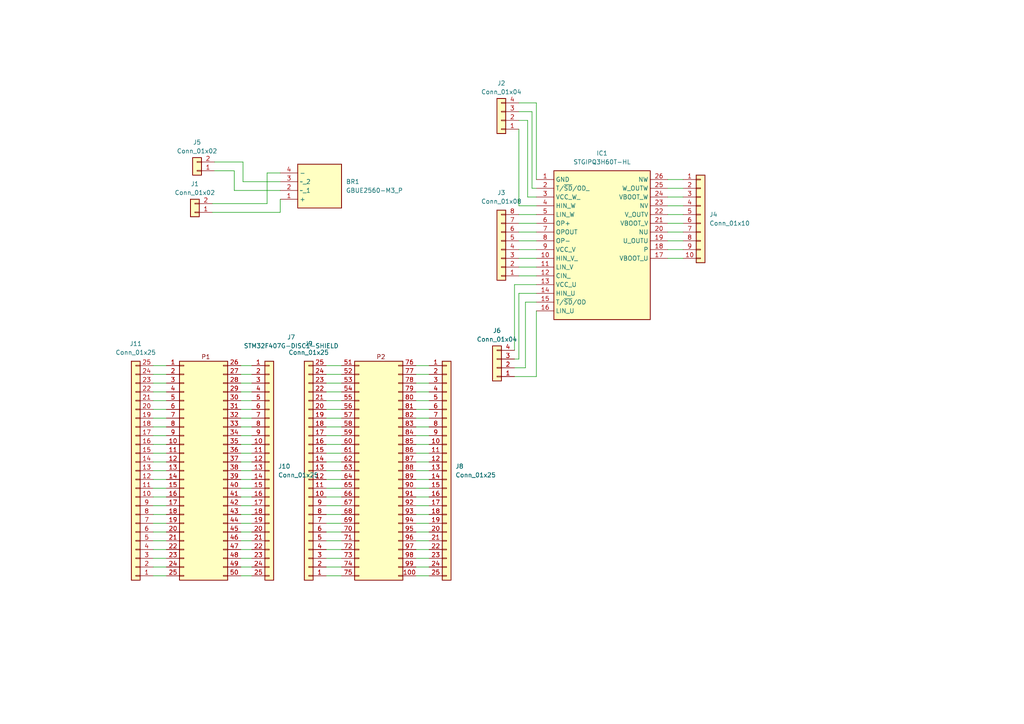
<source format=kicad_sch>
(kicad_sch (version 20230121) (generator eeschema)
  (paper "A4")
  (lib_symbols
    (symbol "Connector_Generic:Conn_01x02" (pin_names (offset 1.016) hide)
      (property "Reference" "J" (at 0 2.54 0))
      (property "Value" "Conn_01x02" (at 0 -5.08 0))
      (symbol "Conn_01x02_1_1"
        (rectangle (start -1.27 -2.413) (end 0 -2.667) (stroke (width 0.1524)))
        (rectangle (start -1.27 0.127) (end 0 -0.127) (stroke (width 0.1524)))
        (rectangle (start -1.27 1.27) (end 1.27 -3.81) (stroke (width 0.254)) (fill (type background)))
        (pin passive line (at -5.08 0 0) (length 3.81) (name "Pin_1") (number "1"))
        (pin passive line (at -5.08 -2.54 0) (length 3.81) (name "Pin_2") (number "2"))
      )
    )
    (symbol "Connector_Generic:Conn_01x04" (pin_names (offset 1.016) hide)
      (property "Reference" "J" (at 0 5.08 0))
      (property "Value" "Conn_01x04" (at 0 -7.62 0))
      (symbol "Conn_01x04_1_1"
        (rectangle (start -1.27 -4.953) (end 0 -5.207) (stroke (width 0.1524)))
        (rectangle (start -1.27 -2.413) (end 0 -2.667) (stroke (width 0.1524)))
        (rectangle (start -1.27 0.127) (end 0 -0.127) (stroke (width 0.1524)))
        (rectangle (start -1.27 2.667) (end 0 2.413) (stroke (width 0.1524)))
        (rectangle (start -1.27 3.81) (end 1.27 -6.35) (stroke (width 0.254)) (fill (type background)))
        (pin passive line (at -5.08 2.54 0) (length 3.81) (name "Pin_1") (number "1"))
        (pin passive line (at -5.08 0 0) (length 3.81) (name "Pin_2") (number "2"))
        (pin passive line (at -5.08 -2.54 0) (length 3.81) (name "Pin_3") (number "3"))
        (pin passive line (at -5.08 -5.08 0) (length 3.81) (name "Pin_4") (number "4"))
      )
    )
    (symbol "Connector_Generic:Conn_01x08" (pin_names (offset 1.016) hide)
      (property "Reference" "J" (at 0 10.16 0))
      (property "Value" "Conn_01x08" (at 0 -12.7 0))
      (symbol "Conn_01x08_1_1"
        (rectangle (start -1.27 -10.033) (end 0 -10.287) (stroke (width 0.1524)))
        (rectangle (start -1.27 -7.493) (end 0 -7.747) (stroke (width 0.1524)))
        (rectangle (start -1.27 -4.953) (end 0 -5.207) (stroke (width 0.1524)))
        (rectangle (start -1.27 -2.413) (end 0 -2.667) (stroke (width 0.1524)))
        (rectangle (start -1.27 0.127) (end 0 -0.127) (stroke (width 0.1524)))
        (rectangle (start -1.27 2.667) (end 0 2.413) (stroke (width 0.1524)))
        (rectangle (start -1.27 5.207) (end 0 4.953) (stroke (width 0.1524)))
        (rectangle (start -1.27 7.747) (end 0 7.493) (stroke (width 0.1524)))
        (rectangle (start -1.27 8.89) (end 1.27 -11.43) (stroke (width 0.254)) (fill (type background)))
        (pin passive line (at -5.08 7.62 0) (length 3.81) (name "Pin_1") (number "1"))
        (pin passive line (at -5.08 5.08 0) (length 3.81) (name "Pin_2") (number "2"))
        (pin passive line (at -5.08 2.54 0) (length 3.81) (name "Pin_3") (number "3"))
        (pin passive line (at -5.08 0 0) (length 3.81) (name "Pin_4") (number "4"))
        (pin passive line (at -5.08 -2.54 0) (length 3.81) (name "Pin_5") (number "5"))
        (pin passive line (at -5.08 -5.08 0) (length 3.81) (name "Pin_6") (number "6"))
        (pin passive line (at -5.08 -7.62 0) (length 3.81) (name "Pin_7") (number "7"))
        (pin passive line (at -5.08 -10.16 0) (length 3.81) (name "Pin_8") (number "8"))
      )
    )
    (symbol "Connector_Generic:Conn_01x10" (pin_names (offset 1.016) hide)
      (property "Reference" "J" (at 0 12.7 0))
      (property "Value" "Conn_01x10" (at 0 -15.24 0))
      (symbol "Conn_01x10_1_1"
        (rectangle (start -1.27 -12.573) (end 0 -12.827) (stroke (width 0.1524)))
        (rectangle (start -1.27 -10.033) (end 0 -10.287) (stroke (width 0.1524)))
        (rectangle (start -1.27 -7.493) (end 0 -7.747) (stroke (width 0.1524)))
        (rectangle (start -1.27 -4.953) (end 0 -5.207) (stroke (width 0.1524)))
        (rectangle (start -1.27 -2.413) (end 0 -2.667) (stroke (width 0.1524)))
        (rectangle (start -1.27 0.127) (end 0 -0.127) (stroke (width 0.1524)))
        (rectangle (start -1.27 2.667) (end 0 2.413) (stroke (width 0.1524)))
        (rectangle (start -1.27 5.207) (end 0 4.953) (stroke (width 0.1524)))
        (rectangle (start -1.27 7.747) (end 0 7.493) (stroke (width 0.1524)))
        (rectangle (start -1.27 10.287) (end 0 10.033) (stroke (width 0.1524)))
        (rectangle (start -1.27 11.43) (end 1.27 -13.97) (stroke (width 0.254)) (fill (type background)))
        (pin passive line (at -5.08 10.16 0) (length 3.81) (name "Pin_1") (number "1"))
        (pin passive line (at -5.08 -12.7 0) (length 3.81) (name "Pin_10") (number "10"))
        (pin passive line (at -5.08 7.62 0) (length 3.81) (name "Pin_2") (number "2"))
        (pin passive line (at -5.08 5.08 0) (length 3.81) (name "Pin_3") (number "3"))
        (pin passive line (at -5.08 2.54 0) (length 3.81) (name "Pin_4") (number "4"))
        (pin passive line (at -5.08 0 0) (length 3.81) (name "Pin_5") (number "5"))
        (pin passive line (at -5.08 -2.54 0) (length 3.81) (name "Pin_6") (number "6"))
        (pin passive line (at -5.08 -5.08 0) (length 3.81) (name "Pin_7") (number "7"))
        (pin passive line (at -5.08 -7.62 0) (length 3.81) (name "Pin_8") (number "8"))
        (pin passive line (at -5.08 -10.16 0) (length 3.81) (name "Pin_9") (number "9"))
      )
    )
    (symbol "Connector_Generic:Conn_01x25" (pin_names (offset 1.016) hide)
      (property "Reference" "J" (at 0 33.02 0))
      (property "Value" "Conn_01x25" (at 0 -33.02 0))
      (symbol "Conn_01x25_1_1"
        (rectangle (start -1.27 -30.353) (end 0 -30.607) (stroke (width 0.1524)))
        (rectangle (start -1.27 -27.813) (end 0 -28.067) (stroke (width 0.1524)))
        (rectangle (start -1.27 -25.273) (end 0 -25.527) (stroke (width 0.1524)))
        (rectangle (start -1.27 -22.733) (end 0 -22.987) (stroke (width 0.1524)))
        (rectangle (start -1.27 -20.193) (end 0 -20.447) (stroke (width 0.1524)))
        (rectangle (start -1.27 -17.653) (end 0 -17.907) (stroke (width 0.1524)))
        (rectangle (start -1.27 -15.113) (end 0 -15.367) (stroke (width 0.1524)))
        (rectangle (start -1.27 -12.573) (end 0 -12.827) (stroke (width 0.1524)))
        (rectangle (start -1.27 -10.033) (end 0 -10.287) (stroke (width 0.1524)))
        (rectangle (start -1.27 -7.493) (end 0 -7.747) (stroke (width 0.1524)))
        (rectangle (start -1.27 -4.953) (end 0 -5.207) (stroke (width 0.1524)))
        (rectangle (start -1.27 -2.413) (end 0 -2.667) (stroke (width 0.1524)))
        (rectangle (start -1.27 0.127) (end 0 -0.127) (stroke (width 0.1524)))
        (rectangle (start -1.27 2.667) (end 0 2.413) (stroke (width 0.1524)))
        (rectangle (start -1.27 5.207) (end 0 4.953) (stroke (width 0.1524)))
        (rectangle (start -1.27 7.747) (end 0 7.493) (stroke (width 0.1524)))
        (rectangle (start -1.27 10.287) (end 0 10.033) (stroke (width 0.1524)))
        (rectangle (start -1.27 12.827) (end 0 12.573) (stroke (width 0.1524)))
        (rectangle (start -1.27 15.367) (end 0 15.113) (stroke (width 0.1524)))
        (rectangle (start -1.27 17.907) (end 0 17.653) (stroke (width 0.1524)))
        (rectangle (start -1.27 20.447) (end 0 20.193) (stroke (width 0.1524)))
        (rectangle (start -1.27 22.987) (end 0 22.733) (stroke (width 0.1524)))
        (rectangle (start -1.27 25.527) (end 0 25.273) (stroke (width 0.1524)))
        (rectangle (start -1.27 28.067) (end 0 27.813) (stroke (width 0.1524)))
        (rectangle (start -1.27 30.607) (end 0 30.353) (stroke (width 0.1524)))
        (rectangle (start -1.27 31.75) (end 1.27 -31.75) (stroke (width 0.254)) (fill (type background)))
        (pin passive line (at -5.08 30.48 0) (length 3.81) (name "Pin_1") (number "1"))
        (pin passive line (at -5.08 7.62 0) (length 3.81) (name "Pin_10") (number "10"))
        (pin passive line (at -5.08 5.08 0) (length 3.81) (name "Pin_11") (number "11"))
        (pin passive line (at -5.08 2.54 0) (length 3.81) (name "Pin_12") (number "12"))
        (pin passive line (at -5.08 0 0) (length 3.81) (name "Pin_13") (number "13"))
        (pin passive line (at -5.08 -2.54 0) (length 3.81) (name "Pin_14") (number "14"))
        (pin passive line (at -5.08 -5.08 0) (length 3.81) (name "Pin_15") (number "15"))
        (pin passive line (at -5.08 -7.62 0) (length 3.81) (name "Pin_16") (number "16"))
        (pin passive line (at -5.08 -10.16 0) (length 3.81) (name "Pin_17") (number "17"))
        (pin passive line (at -5.08 -12.7 0) (length 3.81) (name "Pin_18") (number "18"))
        (pin passive line (at -5.08 -15.24 0) (length 3.81) (name "Pin_19") (number "19"))
        (pin passive line (at -5.08 27.94 0) (length 3.81) (name "Pin_2") (number "2"))
        (pin passive line (at -5.08 -17.78 0) (length 3.81) (name "Pin_20") (number "20"))
        (pin passive line (at -5.08 -20.32 0) (length 3.81) (name "Pin_21") (number "21"))
        (pin passive line (at -5.08 -22.86 0) (length 3.81) (name "Pin_22") (number "22"))
        (pin passive line (at -5.08 -25.4 0) (length 3.81) (name "Pin_23") (number "23"))
        (pin passive line (at -5.08 -27.94 0) (length 3.81) (name "Pin_24") (number "24"))
        (pin passive line (at -5.08 -30.48 0) (length 3.81) (name "Pin_25") (number "25"))
        (pin passive line (at -5.08 25.4 0) (length 3.81) (name "Pin_3") (number "3"))
        (pin passive line (at -5.08 22.86 0) (length 3.81) (name "Pin_4") (number "4"))
        (pin passive line (at -5.08 20.32 0) (length 3.81) (name "Pin_5") (number "5"))
        (pin passive line (at -5.08 17.78 0) (length 3.81) (name "Pin_6") (number "6"))
        (pin passive line (at -5.08 15.24 0) (length 3.81) (name "Pin_7") (number "7"))
        (pin passive line (at -5.08 12.7 0) (length 3.81) (name "Pin_8") (number "8"))
        (pin passive line (at -5.08 10.16 0) (length 3.81) (name "Pin_9") (number "9"))
      )
    )
    (symbol "Custom:STM32F407G-DISC1-SHIELD" (pin_names (offset 1.016) hide)
      (property "Reference" "J7" (at -1.905 38.735 0))
      (property "Value" "STM32F407G-DISC1-SHIELD" (at -1.905 36.195 0))
      (symbol "STM32F407G-DISC1-SHIELD_1_1"
        (rectangle (start -34.29 -30.353) (end -33.02 -30.607) (stroke (width 0.1524)))
        (rectangle (start -34.29 -27.813) (end -33.02 -28.067) (stroke (width 0.1524)))
        (rectangle (start -34.29 -25.273) (end -33.02 -25.527) (stroke (width 0.1524)))
        (rectangle (start -34.29 -22.733) (end -33.02 -22.987) (stroke (width 0.1524)))
        (rectangle (start -34.29 -20.193) (end -33.02 -20.447) (stroke (width 0.1524)))
        (rectangle (start -34.29 -17.653) (end -33.02 -17.907) (stroke (width 0.1524)))
        (rectangle (start -34.29 -15.113) (end -33.02 -15.367) (stroke (width 0.1524)))
        (rectangle (start -34.29 -12.573) (end -33.02 -12.827) (stroke (width 0.1524)))
        (rectangle (start -34.29 -10.033) (end -33.02 -10.287) (stroke (width 0.1524)))
        (rectangle (start -34.29 -7.493) (end -33.02 -7.747) (stroke (width 0.1524)))
        (rectangle (start -34.29 -4.953) (end -33.02 -5.207) (stroke (width 0.1524)))
        (rectangle (start -34.29 -2.413) (end -33.02 -2.667) (stroke (width 0.1524)))
        (rectangle (start -34.29 0.127) (end -33.02 -0.127) (stroke (width 0.1524)))
        (rectangle (start -34.29 2.667) (end -33.02 2.413) (stroke (width 0.1524)))
        (rectangle (start -34.29 5.207) (end -33.02 4.953) (stroke (width 0.1524)))
        (rectangle (start -34.29 7.747) (end -33.02 7.493) (stroke (width 0.1524)))
        (rectangle (start -34.29 10.287) (end -33.02 10.033) (stroke (width 0.1524)))
        (rectangle (start -34.29 12.827) (end -33.02 12.573) (stroke (width 0.1524)))
        (rectangle (start -34.29 15.367) (end -33.02 15.113) (stroke (width 0.1524)))
        (rectangle (start -34.29 17.907) (end -33.02 17.653) (stroke (width 0.1524)))
        (rectangle (start -34.29 20.447) (end -33.02 20.193) (stroke (width 0.1524)))
        (rectangle (start -34.29 22.987) (end -33.02 22.733) (stroke (width 0.1524)))
        (rectangle (start -34.29 25.527) (end -33.02 25.273) (stroke (width 0.1524)))
        (rectangle (start -34.29 28.067) (end -33.02 27.813) (stroke (width 0.1524)))
        (rectangle (start -34.29 30.607) (end -33.02 30.353) (stroke (width 0.1524)))
        (rectangle (start -34.29 31.75) (end -20.32 -31.75) (stroke (width 0.254)) (fill (type background)))
        (rectangle (start -21.59 -12.573) (end -20.32 -12.827) (stroke (width 0.1524)))
        (rectangle (start -20.32 -30.353) (end -21.59 -30.607) (stroke (width 0.1524)))
        (rectangle (start -20.32 -27.813) (end -21.59 -28.067) (stroke (width 0.1524)))
        (rectangle (start -20.32 -25.273) (end -21.59 -25.527) (stroke (width 0.1524)))
        (rectangle (start -20.32 -22.733) (end -21.59 -22.987) (stroke (width 0.1524)))
        (rectangle (start -20.32 -20.193) (end -21.59 -20.447) (stroke (width 0.1524)))
        (rectangle (start -20.32 -17.653) (end -21.59 -17.907) (stroke (width 0.1524)))
        (rectangle (start -20.32 -15.113) (end -21.59 -15.367) (stroke (width 0.1524)))
        (rectangle (start -20.32 -10.033) (end -21.59 -10.287) (stroke (width 0.1524)))
        (rectangle (start -20.32 -7.493) (end -21.59 -7.747) (stroke (width 0.1524)))
        (rectangle (start -20.32 -4.953) (end -21.59 -5.207) (stroke (width 0.1524)))
        (rectangle (start -20.32 -2.413) (end -21.59 -2.667) (stroke (width 0.1524)))
        (rectangle (start -20.32 0.127) (end -21.59 -0.127) (stroke (width 0.1524)))
        (rectangle (start -20.32 2.667) (end -21.59 2.413) (stroke (width 0.1524)))
        (rectangle (start -20.32 5.207) (end -21.59 4.953) (stroke (width 0.1524)))
        (rectangle (start -20.32 7.747) (end -21.59 7.493) (stroke (width 0.1524)))
        (rectangle (start -20.32 10.287) (end -21.59 10.033) (stroke (width 0.1524)))
        (rectangle (start -20.32 12.827) (end -21.59 12.573) (stroke (width 0.1524)))
        (rectangle (start -20.32 15.367) (end -21.59 15.113) (stroke (width 0.1524)))
        (rectangle (start -20.32 17.907) (end -21.59 17.653) (stroke (width 0.1524)))
        (rectangle (start -20.32 20.447) (end -21.59 20.193) (stroke (width 0.1524)))
        (rectangle (start -20.32 22.987) (end -21.59 22.733) (stroke (width 0.1524)))
        (rectangle (start -20.32 25.527) (end -21.59 25.273) (stroke (width 0.1524)))
        (rectangle (start -20.32 28.067) (end -21.59 27.813) (stroke (width 0.1524)))
        (rectangle (start -20.32 30.607) (end -21.59 30.353) (stroke (width 0.1524)))
        (rectangle (start 16.51 -30.353) (end 17.78 -30.607) (stroke (width 0.1524)))
        (rectangle (start 16.51 -27.813) (end 17.78 -28.067) (stroke (width 0.1524)))
        (rectangle (start 16.51 -25.273) (end 17.78 -25.527) (stroke (width 0.1524)))
        (rectangle (start 16.51 -22.733) (end 17.78 -22.987) (stroke (width 0.1524)))
        (rectangle (start 16.51 -20.193) (end 17.78 -20.447) (stroke (width 0.1524)))
        (rectangle (start 16.51 -17.653) (end 17.78 -17.907) (stroke (width 0.1524)))
        (rectangle (start 16.51 -15.113) (end 17.78 -15.367) (stroke (width 0.1524)))
        (rectangle (start 16.51 -12.573) (end 17.78 -12.827) (stroke (width 0.1524)))
        (rectangle (start 16.51 -10.033) (end 17.78 -10.287) (stroke (width 0.1524)))
        (rectangle (start 16.51 -7.493) (end 17.78 -7.747) (stroke (width 0.1524)))
        (rectangle (start 16.51 -4.953) (end 17.78 -5.207) (stroke (width 0.1524)))
        (rectangle (start 16.51 -2.413) (end 17.78 -2.667) (stroke (width 0.1524)))
        (rectangle (start 16.51 0.127) (end 17.78 -0.127) (stroke (width 0.1524)))
        (rectangle (start 16.51 2.667) (end 17.78 2.413) (stroke (width 0.1524)))
        (rectangle (start 16.51 5.207) (end 17.78 4.953) (stroke (width 0.1524)))
        (rectangle (start 16.51 7.747) (end 17.78 7.493) (stroke (width 0.1524)))
        (rectangle (start 16.51 10.287) (end 17.78 10.033) (stroke (width 0.1524)))
        (rectangle (start 16.51 12.827) (end 17.78 12.573) (stroke (width 0.1524)))
        (rectangle (start 16.51 15.367) (end 17.78 15.113) (stroke (width 0.1524)))
        (rectangle (start 16.51 17.907) (end 17.78 17.653) (stroke (width 0.1524)))
        (rectangle (start 16.51 20.447) (end 17.78 20.193) (stroke (width 0.1524)))
        (rectangle (start 16.51 22.987) (end 17.78 22.733) (stroke (width 0.1524)))
        (rectangle (start 16.51 25.527) (end 17.78 25.273) (stroke (width 0.1524)))
        (rectangle (start 16.51 28.067) (end 17.78 27.813) (stroke (width 0.1524)))
        (rectangle (start 16.51 30.607) (end 17.78 30.353) (stroke (width 0.1524)))
        (rectangle (start 16.51 31.75) (end 30.48 -31.75) (stroke (width 0.254)) (fill (type background)))
        (rectangle (start 30.48 -30.353) (end 29.21 -30.607) (stroke (width 0.1524)))
        (rectangle (start 30.48 -27.813) (end 29.21 -28.067) (stroke (width 0.1524)))
        (rectangle (start 30.48 -25.273) (end 29.21 -25.527) (stroke (width 0.1524)))
        (rectangle (start 30.48 -22.733) (end 29.21 -22.987) (stroke (width 0.1524)))
        (rectangle (start 30.48 -20.193) (end 29.21 -20.447) (stroke (width 0.1524)))
        (rectangle (start 30.48 -17.653) (end 29.21 -17.907) (stroke (width 0.1524)))
        (rectangle (start 30.48 -15.113) (end 29.21 -15.367) (stroke (width 0.1524)))
        (rectangle (start 30.48 -12.573) (end 29.21 -12.827) (stroke (width 0.1524)))
        (rectangle (start 30.48 -10.033) (end 29.21 -10.287) (stroke (width 0.1524)))
        (rectangle (start 30.48 -7.493) (end 29.21 -7.747) (stroke (width 0.1524)))
        (rectangle (start 30.48 -4.953) (end 29.21 -5.207) (stroke (width 0.1524)))
        (rectangle (start 30.48 -2.413) (end 29.21 -2.667) (stroke (width 0.1524)))
        (rectangle (start 30.48 0.127) (end 29.21 -0.127) (stroke (width 0.1524)))
        (rectangle (start 30.48 2.667) (end 29.21 2.413) (stroke (width 0.1524)))
        (rectangle (start 30.48 5.207) (end 29.21 4.953) (stroke (width 0.1524)))
        (rectangle (start 30.48 7.747) (end 29.21 7.493) (stroke (width 0.1524)))
        (rectangle (start 30.48 10.287) (end 29.21 10.033) (stroke (width 0.1524)))
        (rectangle (start 30.48 12.827) (end 29.21 12.573) (stroke (width 0.1524)))
        (rectangle (start 30.48 15.367) (end 29.21 15.113) (stroke (width 0.1524)))
        (rectangle (start 30.48 17.907) (end 29.21 17.653) (stroke (width 0.1524)))
        (rectangle (start 30.48 20.447) (end 29.21 20.193) (stroke (width 0.1524)))
        (rectangle (start 30.48 22.987) (end 29.21 22.733) (stroke (width 0.1524)))
        (rectangle (start 30.48 25.527) (end 29.21 25.273) (stroke (width 0.1524)))
        (rectangle (start 30.48 28.067) (end 29.21 27.813) (stroke (width 0.1524)))
        (rectangle (start 30.48 30.607) (end 29.21 30.353) (stroke (width 0.1524)))
        (text "P1" (at -26.67 33.02 0) (effects (font (size 1.27 1.27))))
        (text "P2" (at 24.13 33.02 0) (effects (font (size 1.27 1.27))))
        (pin passive line (at -38.1 30.48 0) (length 3.81) (name "GND") (number "1"))
        (pin passive line (at -38.1 7.62 0) (length 3.81) (name "PC5") (number "10"))
        (pin passive line (at 34.29 -30.48 180) (length 3.81) (name "GND") (number "100"))
        (pin passive line (at -38.1 5.08 0) (length 3.81) (name "PB1") (number "11"))
        (pin passive line (at -38.1 2.54 0) (length 3.81) (name "GND") (number "12"))
        (pin passive line (at -38.1 0 0) (length 3.81) (name "PE7") (number "13"))
        (pin passive line (at -38.1 -2.54 0) (length 3.81) (name "PE9") (number "14"))
        (pin passive line (at -38.1 -5.08 0) (length 3.81) (name "PE11") (number "15"))
        (pin passive line (at -38.1 -7.62 0) (length 3.81) (name "PE13") (number "16"))
        (pin passive line (at -38.1 -10.16 0) (length 3.81) (name "PE15") (number "17"))
        (pin passive line (at -38.1 -12.7 0) (length 3.81) (name "PB11") (number "18"))
        (pin passive line (at -38.1 -15.24 0) (length 3.81) (name "PB13") (number "19"))
        (pin passive line (at -38.1 27.94 0) (length 3.81) (name "VDD") (number "2"))
        (pin passive line (at -38.1 -17.78 0) (length 3.81) (name "PB15") (number "20"))
        (pin passive line (at -38.1 -20.32 0) (length 3.81) (name "PD9") (number "21"))
        (pin passive line (at -38.1 -22.86 0) (length 3.81) (name "PD11") (number "22"))
        (pin passive line (at -38.1 -25.4 0) (length 3.81) (name "PD13") (number "23"))
        (pin passive line (at -38.1 -27.94 0) (length 3.81) (name "PD15") (number "24"))
        (pin passive line (at -38.1 -30.48 0) (length 3.81) (name "GND") (number "25"))
        (pin passive line (at -16.51 30.48 180) (length 3.81) (name "GND") (number "26"))
        (pin passive line (at -16.51 27.94 180) (length 3.81) (name "VDD") (number "27"))
        (pin passive line (at -16.51 25.4 180) (length 3.81) (name "NRST") (number "28"))
        (pin passive line (at -16.51 22.86 180) (length 3.81) (name "PC0") (number "29"))
        (pin passive line (at -38.1 25.4 0) (length 3.81) (name "GND") (number "3"))
        (pin passive line (at -16.51 20.32 180) (length 3.81) (name "PC2") (number "30"))
        (pin passive line (at -16.51 17.78 180) (length 3.81) (name "PA0") (number "31"))
        (pin passive line (at -16.51 15.24 180) (length 3.81) (name "PA2") (number "32"))
        (pin passive line (at -16.51 12.7 180) (length 3.81) (name "PA4") (number "33"))
        (pin passive line (at -16.51 10.16 180) (length 3.81) (name "PA6") (number "34"))
        (pin passive line (at -16.51 7.62 180) (length 3.81) (name "PC4") (number "35"))
        (pin passive line (at -16.51 5.08 180) (length 3.81) (name "PB0") (number "36"))
        (pin passive line (at -16.51 2.54 180) (length 3.81) (name "PB2") (number "37"))
        (pin passive line (at -16.51 0 180) (length 3.81) (name "PE8") (number "38"))
        (pin passive line (at -16.51 -2.54 180) (length 3.81) (name "PE10") (number "39"))
        (pin passive line (at -38.1 22.86 0) (length 3.81) (name "PC1") (number "4"))
        (pin passive line (at -16.51 -5.08 180) (length 3.81) (name "PE12") (number "40"))
        (pin passive line (at -16.51 -7.62 180) (length 3.81) (name "PE14") (number "41"))
        (pin passive line (at -16.51 -10.16 180) (length 3.81) (name "PB10") (number "42"))
        (pin passive line (at -16.51 -12.7 180) (length 3.81) (name "PB12") (number "43"))
        (pin passive line (at -16.51 -15.24 180) (length 3.81) (name "PB14") (number "44"))
        (pin passive line (at -16.51 -17.78 180) (length 3.81) (name "PD8") (number "45"))
        (pin passive line (at -16.51 -20.32 180) (length 3.81) (name "PD10") (number "46"))
        (pin passive line (at -16.51 -22.86 180) (length 3.81) (name "PD12") (number "47"))
        (pin passive line (at -16.51 -25.4 180) (length 3.81) (name "PD14") (number "48"))
        (pin passive line (at -16.51 -27.94 180) (length 3.81) (name "NC") (number "49"))
        (pin passive line (at -38.1 20.32 0) (length 3.81) (name "PC3") (number "5"))
        (pin passive line (at -16.51 -30.48 180) (length 3.81) (name "GND") (number "50"))
        (pin passive line (at 12.7 30.48 0) (length 3.81) (name "GND") (number "51"))
        (pin passive line (at 12.7 27.94 0) (length 3.81) (name "5V") (number "52"))
        (pin passive line (at 12.7 25.4 0) (length 3.81) (name "3V") (number "53"))
        (pin passive line (at 12.7 22.86 0) (length 3.81) (name "PH0") (number "54"))
        (pin passive line (at 12.7 20.32 0) (length 3.81) (name "PC14") (number "55"))
        (pin passive line (at 12.7 17.78 0) (length 3.81) (name "PE6") (number "56"))
        (pin passive line (at 12.7 15.24 0) (length 3.81) (name "PE4") (number "57"))
        (pin passive line (at 12.7 12.7 0) (length 3.81) (name "PE2") (number "58"))
        (pin passive line (at 12.7 10.16 0) (length 3.81) (name "PE0") (number "59"))
        (pin passive line (at -38.1 17.78 0) (length 3.81) (name "PA1") (number "6"))
        (pin passive line (at 12.7 7.62 0) (length 3.81) (name "PB8") (number "60"))
        (pin passive line (at 12.7 5.08 0) (length 3.81) (name "BOOT0") (number "61"))
        (pin passive line (at 12.7 2.54 0) (length 3.81) (name "PB6") (number "62"))
        (pin passive line (at 12.7 0 0) (length 3.81) (name "PB4") (number "63"))
        (pin passive line (at 12.7 -2.54 0) (length 3.81) (name "PD7") (number "64"))
        (pin passive line (at 12.7 -5.08 0) (length 3.81) (name "PD5") (number "65"))
        (pin passive line (at 12.7 -7.62 0) (length 3.81) (name "PD3") (number "66"))
        (pin passive line (at 12.7 -10.16 0) (length 3.81) (name "PD1") (number "67"))
        (pin passive line (at 12.7 -12.7 0) (length 3.81) (name "PC12") (number "68"))
        (pin passive line (at 12.7 -15.24 0) (length 3.81) (name "PC10") (number "69"))
        (pin passive line (at -38.1 15.24 0) (length 3.81) (name "PA3") (number "7"))
        (pin passive line (at 12.7 -17.78 0) (length 3.81) (name "PA14") (number "70"))
        (pin passive line (at 12.7 -20.32 0) (length 3.81) (name "PA10") (number "71"))
        (pin passive line (at 12.7 -22.86 0) (length 3.81) (name "PA8") (number "72"))
        (pin passive line (at 12.7 -25.4 0) (length 3.81) (name "PC8") (number "73"))
        (pin passive line (at 12.7 -27.94 0) (length 3.81) (name "PC6") (number "74"))
        (pin passive line (at 12.7 -30.48 0) (length 3.81) (name "GND") (number "75"))
        (pin passive line (at 34.29 30.48 180) (length 3.81) (name "GND") (number "76"))
        (pin passive line (at 34.29 27.94 180) (length 3.81) (name "5V") (number "77"))
        (pin passive line (at 34.29 25.4 180) (length 3.81) (name "3V") (number "78"))
        (pin passive line (at 34.29 22.86 180) (length 3.81) (name "PH1") (number "79"))
        (pin passive line (at -38.1 12.7 0) (length 3.81) (name "PA5") (number "8"))
        (pin passive line (at 34.29 20.32 180) (length 3.81) (name "PC15") (number "80"))
        (pin passive line (at 34.29 17.78 180) (length 3.81) (name "PC13") (number "81"))
        (pin passive line (at 34.29 15.24 180) (length 3.81) (name "PE5") (number "82"))
        (pin passive line (at 34.29 12.7 180) (length 3.81) (name "PE3") (number "83"))
        (pin passive line (at 34.29 10.16 180) (length 3.81) (name "PE1") (number "84"))
        (pin passive line (at 34.29 7.62 180) (length 3.81) (name "PB9") (number "85"))
        (pin passive line (at 34.29 5.08 180) (length 3.81) (name "VDD") (number "86"))
        (pin passive line (at 34.29 2.54 180) (length 3.81) (name "PB7") (number "87"))
        (pin passive line (at 34.29 0 180) (length 3.81) (name "PB5") (number "88"))
        (pin passive line (at 34.29 -2.54 180) (length 3.81) (name "PB3") (number "89"))
        (pin passive line (at -38.1 10.16 0) (length 3.81) (name "PA7") (number "9"))
        (pin passive line (at 34.29 -5.08 180) (length 3.81) (name "PD6") (number "90"))
        (pin passive line (at 34.29 -7.62 180) (length 3.81) (name "PD4") (number "91"))
        (pin passive line (at 34.29 -10.16 180) (length 3.81) (name "PD2") (number "92"))
        (pin passive line (at 34.29 -12.7 180) (length 3.81) (name "PD0") (number "93"))
        (pin passive line (at 34.29 -15.24 180) (length 3.81) (name "PC11") (number "94"))
        (pin passive line (at 34.29 -17.78 180) (length 3.81) (name "PA15") (number "95"))
        (pin passive line (at 34.29 -20.32 180) (length 3.81) (name "PA13") (number "96"))
        (pin passive line (at 34.29 -22.86 180) (length 3.81) (name "PA9") (number "97"))
        (pin passive line (at 34.29 -25.4 180) (length 3.81) (name "PC9") (number "98"))
        (pin passive line (at 34.29 -27.94 180) (length 3.81) (name "PC7") (number "99"))
      )
    )
    (symbol "SamacSys_Parts:GBUE2560-M3_P"
      (property "Reference" "BR" (at 19.05 7.62 0))
      (property "Value" "GBUE2560-M3_P" (at 19.05 5.08 0))
      (symbol "GBUE2560-M3_P_1_1"
        (rectangle (start 5.08 2.54) (end 17.78 -10.16) (stroke (width 0.254)) (fill (type background)))
        (pin passive line (at 0 -7.62 0) (length 5.08) (name "+") (number "1"))
        (pin passive line (at 0 -5.08 0) (length 5.08) (name "~_1") (number "2"))
        (pin passive line (at 0 -2.54 0) (length 5.08) (name "~_2") (number "3"))
        (pin passive line (at 0 0 0) (length 5.08) (name "-") (number "4"))
      )
    )
    (symbol "SamacSys_Parts:STGIPQ3H60T-HL"
      (property "Reference" "IC" (at 34.29 7.62 0))
      (property "Value" "STGIPQ3H60T-HL" (at 34.29 5.08 0))
      (symbol "STGIPQ3H60T-HL_1_1"
        (rectangle (start 5.08 2.54) (end 33.02 -40.64) (stroke (width 0.254)) (fill (type background)))
        (pin passive line (at 0 0 0) (length 5.08) (name "GND") (number "1"))
        (pin passive line (at 0 -22.86 0) (length 5.08) (name "HIN_V_") (number "10"))
        (pin passive line (at 0 -25.4 0) (length 5.08) (name "LIN_V") (number "11"))
        (pin passive line (at 0 -27.94 0) (length 5.08) (name "CIN_") (number "12"))
        (pin passive line (at 0 -30.48 0) (length 5.08) (name "VCC_U") (number "13"))
        (pin passive line (at 0 -33.02 0) (length 5.08) (name "HIN_U") (number "14"))
        (pin passive line (at 0 -35.56 0) (length 5.08) (name "T/~{SD}/OD") (number "15"))
        (pin passive line (at 0 -38.1 0) (length 5.08) (name "LIN_U") (number "16"))
        (pin passive line (at 38.1 -22.86 180) (length 5.08) (name "VBOOT_U") (number "17"))
        (pin passive line (at 38.1 -20.32 180) (length 5.08) (name "P") (number "18"))
        (pin passive line (at 38.1 -17.78 180) (length 5.08) (name "U_OUTU") (number "19"))
        (pin passive line (at 0 -2.54 0) (length 5.08) (name "T/~{SD}/OD_") (number "2"))
        (pin passive line (at 38.1 -15.24 180) (length 5.08) (name "NU") (number "20"))
        (pin passive line (at 38.1 -12.7 180) (length 5.08) (name "VBOOT_V") (number "21"))
        (pin passive line (at 38.1 -10.16 180) (length 5.08) (name "V_OUTV") (number "22"))
        (pin passive line (at 38.1 -7.62 180) (length 5.08) (name "NV") (number "23"))
        (pin passive line (at 38.1 -5.08 180) (length 5.08) (name "VBOOT_W") (number "24"))
        (pin passive line (at 38.1 -2.54 180) (length 5.08) (name "W_OUTW") (number "25"))
        (pin passive line (at 38.1 0 180) (length 5.08) (name "NW") (number "26"))
        (pin passive line (at 0 -5.08 0) (length 5.08) (name "VCC_W_") (number "3"))
        (pin passive line (at 0 -7.62 0) (length 5.08) (name "HIN_W") (number "4"))
        (pin passive line (at 0 -10.16 0) (length 5.08) (name "LIN_W") (number "5"))
        (pin passive line (at 0 -12.7 0) (length 5.08) (name "OP+") (number "6"))
        (pin passive line (at 0 -15.24 0) (length 5.08) (name "OPOUT") (number "7"))
        (pin passive line (at 0 -17.78 0) (length 5.08) (name "OP-") (number "8"))
        (pin passive line (at 0 -20.32 0) (length 5.08) (name "VCC_V") (number "9"))
      )
    )
  )
  (wire (pts (xy 73.025 144.145) (xy 69.85 144.145)))
  (wire (pts (xy 124.46 161.925) (xy 120.65 161.925)))
  (wire (pts (xy 44.45 139.065) (xy 48.26 139.065)))
  (wire (pts (xy 44.45 118.745) (xy 48.26 118.745)))
  (wire (pts (xy 149.225 82.55) (xy 149.225 101.6)))
  (wire (pts (xy 44.45 128.905) (xy 48.26 128.905)))
  (wire (pts (xy 155.575 57.15) (xy 153.035 57.15)))
  (wire (pts (xy 73.025 118.745) (xy 69.85 118.745)))
  (wire (pts (xy 94.615 136.525) (xy 99.06 136.525)))
  (wire (pts (xy 152.4 106.68) (xy 152.4 87.63)))
  (wire (pts (xy 44.45 123.825) (xy 48.26 123.825)))
  (wire (pts (xy 150.495 67.31) (xy 155.575 67.31)))
  (wire (pts (xy 124.46 151.765) (xy 120.65 151.765)))
  (wire (pts (xy 73.025 106.045) (xy 69.85 106.045)))
  (wire (pts (xy 73.025 151.765) (xy 69.85 151.765)))
  (wire (pts (xy 44.45 131.445) (xy 48.26 131.445)))
  (wire (pts (xy 44.45 167.005) (xy 48.26 167.005)))
  (wire (pts (xy 62.23 49.53) (xy 67.945 49.53)))
  (wire (pts (xy 193.675 74.93) (xy 198.12 74.93)))
  (wire (pts (xy 124.46 111.125) (xy 120.65 111.125)))
  (wire (pts (xy 44.45 116.205) (xy 48.26 116.205)))
  (wire (pts (xy 124.46 123.825) (xy 120.65 123.825)))
  (wire (pts (xy 155.575 90.17) (xy 155.575 109.22)))
  (wire (pts (xy 81.28 61.595) (xy 61.595 61.595)))
  (wire (pts (xy 73.025 136.525) (xy 69.85 136.525)))
  (wire (pts (xy 70.485 52.705) (xy 81.28 52.705)))
  (wire (pts (xy 150.495 74.93) (xy 155.575 74.93)))
  (wire (pts (xy 155.575 52.07) (xy 155.575 29.845)))
  (wire (pts (xy 70.485 46.99) (xy 62.23 46.99)))
  (wire (pts (xy 44.45 133.985) (xy 48.26 133.985)))
  (wire (pts (xy 124.46 121.285) (xy 120.65 121.285)))
  (wire (pts (xy 124.46 116.205) (xy 120.65 116.205)))
  (wire (pts (xy 124.46 156.845) (xy 120.65 156.845)))
  (wire (pts (xy 94.615 108.585) (xy 99.06 108.585)))
  (wire (pts (xy 154.305 54.61) (xy 155.575 54.61)))
  (wire (pts (xy 73.025 128.905) (xy 69.85 128.905)))
  (wire (pts (xy 77.47 59.055) (xy 77.47 50.165)))
  (wire (pts (xy 193.675 54.61) (xy 198.12 54.61)))
  (wire (pts (xy 124.46 144.145) (xy 120.65 144.145)))
  (wire (pts (xy 149.225 106.68) (xy 152.4 106.68)))
  (wire (pts (xy 150.495 32.385) (xy 154.305 32.385)))
  (wire (pts (xy 94.615 128.905) (xy 99.06 128.905)))
  (wire (pts (xy 150.495 104.14) (xy 149.225 104.14)))
  (wire (pts (xy 44.45 113.665) (xy 48.26 113.665)))
  (wire (pts (xy 44.45 159.385) (xy 48.26 159.385)))
  (wire (pts (xy 73.025 133.985) (xy 69.85 133.985)))
  (wire (pts (xy 193.675 57.15) (xy 198.12 57.15)))
  (wire (pts (xy 73.025 121.285) (xy 69.85 121.285)))
  (wire (pts (xy 124.46 154.305) (xy 120.65 154.305)))
  (wire (pts (xy 124.46 131.445) (xy 120.65 131.445)))
  (wire (pts (xy 124.46 118.745) (xy 120.65 118.745)))
  (wire (pts (xy 150.495 37.465) (xy 150.495 59.69)))
  (wire (pts (xy 94.615 144.145) (xy 99.06 144.145)))
  (wire (pts (xy 73.025 161.925) (xy 69.85 161.925)))
  (wire (pts (xy 124.46 139.065) (xy 120.65 139.065)))
  (wire (pts (xy 73.025 108.585) (xy 69.85 108.585)))
  (wire (pts (xy 124.46 167.005) (xy 120.65 167.005)))
  (wire (pts (xy 94.615 149.225) (xy 99.06 149.225)))
  (wire (pts (xy 193.675 67.31) (xy 198.12 67.31)))
  (wire (pts (xy 155.575 85.09) (xy 150.495 85.09)))
  (wire (pts (xy 150.495 85.09) (xy 150.495 104.14)))
  (wire (pts (xy 94.615 156.845) (xy 99.06 156.845)))
  (wire (pts (xy 124.46 136.525) (xy 120.65 136.525)))
  (wire (pts (xy 94.615 154.305) (xy 99.06 154.305)))
  (wire (pts (xy 193.675 62.23) (xy 198.12 62.23)))
  (wire (pts (xy 124.46 106.045) (xy 120.65 106.045)))
  (wire (pts (xy 44.45 141.605) (xy 48.26 141.605)))
  (wire (pts (xy 67.945 49.53) (xy 67.945 55.245)))
  (wire (pts (xy 94.615 116.205) (xy 99.06 116.205)))
  (wire (pts (xy 73.025 123.825) (xy 69.85 123.825)))
  (wire (pts (xy 150.495 72.39) (xy 155.575 72.39)))
  (wire (pts (xy 94.615 141.605) (xy 99.06 141.605)))
  (wire (pts (xy 124.46 141.605) (xy 120.65 141.605)))
  (wire (pts (xy 44.45 111.125) (xy 48.26 111.125)))
  (wire (pts (xy 124.46 128.905) (xy 120.65 128.905)))
  (wire (pts (xy 193.675 52.07) (xy 198.12 52.07)))
  (wire (pts (xy 94.615 164.465) (xy 99.06 164.465)))
  (wire (pts (xy 124.46 113.665) (xy 120.65 113.665)))
  (wire (pts (xy 94.615 131.445) (xy 99.06 131.445)))
  (wire (pts (xy 193.675 69.85) (xy 198.12 69.85)))
  (wire (pts (xy 94.615 151.765) (xy 99.06 151.765)))
  (wire (pts (xy 193.675 72.39) (xy 198.12 72.39)))
  (wire (pts (xy 44.45 146.685) (xy 48.26 146.685)))
  (wire (pts (xy 94.615 123.825) (xy 99.06 123.825)))
  (wire (pts (xy 73.025 111.125) (xy 69.85 111.125)))
  (wire (pts (xy 44.45 151.765) (xy 48.26 151.765)))
  (wire (pts (xy 155.575 82.55) (xy 149.225 82.55)))
  (wire (pts (xy 153.035 34.925) (xy 150.495 34.925)))
  (wire (pts (xy 124.46 164.465) (xy 120.65 164.465)))
  (wire (pts (xy 94.615 113.665) (xy 99.06 113.665)))
  (wire (pts (xy 70.485 52.705) (xy 70.485 46.99)))
  (wire (pts (xy 73.025 126.365) (xy 69.85 126.365)))
  (wire (pts (xy 94.615 159.385) (xy 99.06 159.385)))
  (wire (pts (xy 193.675 64.77) (xy 198.12 64.77)))
  (wire (pts (xy 44.45 106.045) (xy 48.26 106.045)))
  (wire (pts (xy 44.45 121.285) (xy 48.26 121.285)))
  (wire (pts (xy 150.495 59.69) (xy 155.575 59.69)))
  (wire (pts (xy 94.615 133.985) (xy 99.06 133.985)))
  (wire (pts (xy 124.46 159.385) (xy 120.65 159.385)))
  (wire (pts (xy 67.945 55.245) (xy 81.28 55.245)))
  (wire (pts (xy 44.45 136.525) (xy 48.26 136.525)))
  (wire (pts (xy 94.615 106.045) (xy 99.06 106.045)))
  (wire (pts (xy 73.025 116.205) (xy 69.85 116.205)))
  (wire (pts (xy 193.675 59.69) (xy 198.12 59.69)))
  (wire (pts (xy 77.47 50.165) (xy 81.28 50.165)))
  (wire (pts (xy 94.615 111.125) (xy 99.06 111.125)))
  (wire (pts (xy 124.46 108.585) (xy 120.65 108.585)))
  (wire (pts (xy 94.615 118.745) (xy 99.06 118.745)))
  (wire (pts (xy 94.615 161.925) (xy 99.06 161.925)))
  (wire (pts (xy 44.45 154.305) (xy 48.26 154.305)))
  (wire (pts (xy 81.28 57.785) (xy 81.28 61.595)))
  (wire (pts (xy 44.45 149.225) (xy 48.26 149.225)))
  (wire (pts (xy 73.025 154.305) (xy 69.85 154.305)))
  (wire (pts (xy 94.615 121.285) (xy 99.06 121.285)))
  (wire (pts (xy 73.025 131.445) (xy 69.85 131.445)))
  (wire (pts (xy 154.305 32.385) (xy 154.305 54.61)))
  (wire (pts (xy 150.495 80.01) (xy 155.575 80.01)))
  (wire (pts (xy 124.46 149.225) (xy 120.65 149.225)))
  (wire (pts (xy 73.025 113.665) (xy 69.85 113.665)))
  (wire (pts (xy 73.025 139.065) (xy 69.85 139.065)))
  (wire (pts (xy 124.46 126.365) (xy 120.65 126.365)))
  (wire (pts (xy 124.46 133.985) (xy 120.65 133.985)))
  (wire (pts (xy 155.575 29.845) (xy 150.495 29.845)))
  (wire (pts (xy 44.45 164.465) (xy 48.26 164.465)))
  (wire (pts (xy 73.025 156.845) (xy 69.85 156.845)))
  (wire (pts (xy 94.615 139.065) (xy 99.06 139.065)))
  (wire (pts (xy 150.495 64.77) (xy 155.575 64.77)))
  (wire (pts (xy 44.45 126.365) (xy 48.26 126.365)))
  (wire (pts (xy 44.45 108.585) (xy 48.26 108.585)))
  (wire (pts (xy 73.025 149.225) (xy 69.85 149.225)))
  (wire (pts (xy 73.025 146.685) (xy 69.85 146.685)))
  (wire (pts (xy 150.495 77.47) (xy 155.575 77.47)))
  (wire (pts (xy 61.595 59.055) (xy 77.47 59.055)))
  (wire (pts (xy 44.45 144.145) (xy 48.26 144.145)))
  (wire (pts (xy 150.495 62.23) (xy 155.575 62.23)))
  (wire (pts (xy 94.615 167.005) (xy 99.06 167.005)))
  (wire (pts (xy 73.025 164.465) (xy 69.85 164.465)))
  (wire (pts (xy 94.615 146.685) (xy 99.06 146.685)))
  (wire (pts (xy 94.615 126.365) (xy 99.06 126.365)))
  (wire (pts (xy 44.45 156.845) (xy 48.26 156.845)))
  (wire (pts (xy 152.4 87.63) (xy 155.575 87.63)))
  (wire (pts (xy 73.025 159.385) (xy 69.85 159.385)))
  (wire (pts (xy 44.45 161.925) (xy 48.26 161.925)))
  (wire (pts (xy 73.025 167.005) (xy 69.85 167.005)))
  (wire (pts (xy 153.035 57.15) (xy 153.035 34.925)))
  (wire (pts (xy 155.575 109.22) (xy 149.225 109.22)))
  (wire (pts (xy 124.46 146.685) (xy 120.65 146.685)))
  (wire (pts (xy 73.025 141.605) (xy 69.85 141.605)))
  (wire (pts (xy 150.495 69.85) (xy 155.575 69.85)))
  (symbol (lib_id "Connector_Generic:Conn_01x25") (at 129.54 136.525 0) (unit 1)
    (property "Reference" "J8" (at 132.08 135.255 0) (effects (justify left)))
    (property "Value" "Conn_01x25" (at 132.08 137.795 0) (effects (justify left)))
    (property "Footprint" "Connector_PinHeader_2.54mm:PinHeader_1x25_P2.54mm_Vertical" (effects hide))
  )
  (symbol (lib_id "Custom:STM32F407G-DISC1-SHIELD") (at 86.36 136.525 0) (unit 1)
    (property "Reference" "J7" (at 84.455 97.79 0))
    (property "Value" "STM32F407G-DISC1-SHIELD" (at 84.455 100.33 0))
    (property "Footprint" "Custom:STM32F407G-DISC1-SHIELD" (effects hide))
  )
  (symbol (lib_id "SamacSys_Parts:GBUE2560-M3_P") (at 81.28 50.165 0) (unit 1)
    (property "Reference" "BR1" (at 100.33 52.705 0) (effects (justify left)))
    (property "Value" "GBUE2560-M3_P" (at 100.33 55.245 0) (effects (justify left)))
    (property "Footprint" "SamacSys_Parts:GBUE2560M3P" (effects hide))
    (property "Datasheet" "https://www.vishay.com/docs/87633/gbue2560.pdf" (effects hide))
    (property "Height" "20.83" (effects hide))
    (property "Manufacturer_Name" "Vishay" (effects hide))
    (property "Manufacturer_Part_Number" "GBUE2560-M3/P" (effects hide))
    (property "Mouser Part Number" "78-GBUE2560-M3/P" (effects hide))
    (property "Mouser Price/Stock" "https://www.mouser.co.uk/ProductDetail/Vishay-General-Semiconductor/GBUE2560-M3-P?qs=MLItCLRbWswtbce7nAjkJg%3D%3D" (effects hide))
    (property "Arrow Part Number" "GBUE2560-M3/P" (effects hide))
    (property "Arrow Price/Stock" "https://www.arrow.com/en/products/gbue2560-m3p/vishay?region=nac" (effects hide))
  )
  (symbol (lib_id "Connector_Generic:Conn_01x10") (at 203.2 62.23 0) (unit 1)
    (property "Reference" "J4" (at 205.74 62.23 0) (effects (justify left)))
    (property "Value" "Conn_01x10" (at 205.74 64.77 0) (effects (justify left)))
    (property "Footprint" "Connector_Samtec_HPM_THT:Samtec_HPM-10-01-x-S_Straight_1x10_Pitch5.08mm" (effects hide))
  )
  (symbol (lib_id "Connector_Generic:Conn_01x25") (at 78.105 136.525 0) (unit 1)
    (property "Reference" "J10" (at 80.645 135.255 0) (effects (justify left)))
    (property "Value" "Conn_01x25" (at 80.645 137.795 0) (effects (justify left)))
    (property "Footprint" "Connector_PinHeader_2.54mm:PinHeader_1x25_P2.54mm_Vertical" (effects hide))
  )
  (symbol (lib_id "Connector_Generic:Conn_01x25") (at 89.535 136.525 180) (unit 1)
    (property "Reference" "J9" (at 89.535 99.695 0))
    (property "Value" "Conn_01x25" (at 89.535 102.235 0))
    (property "Footprint" "Connector_PinHeader_2.54mm:PinHeader_1x25_P2.54mm_Vertical" (effects hide))
  )
  (symbol (lib_id "Connector_Generic:Conn_01x02") (at 57.15 49.53 180) (unit 1)
    (property "Reference" "J5" (at 57.15 41.275 0))
    (property "Value" "Conn_01x02" (at 57.15 43.815 0))
    (property "Footprint" "Connector_Samtec_HPM_THT:Samtec_HPM-02-01-x-S_Straight_1x02_Pitch5.08mm" (effects hide))
  )
  (symbol (lib_id "Connector_Generic:Conn_01x04") (at 145.415 34.925 180) (unit 1)
    (property "Reference" "J2" (at 145.415 24.13 0))
    (property "Value" "Conn_01x04" (at 145.415 26.67 0))
    (property "Footprint" "Connector_Samtec_HPM_THT:Samtec_HPM-04-01-x-S_Straight_1x04_Pitch5.08mm" (effects hide))
  )
  (symbol (lib_id "SamacSys_Parts:STGIPQ3H60T-HL") (at 155.575 52.07 0) (unit 1)
    (property "Reference" "IC1" (at 174.625 44.45 0))
    (property "Value" "STGIPQ3H60T-HL" (at 174.625 46.99 0))
    (property "Footprint" "SamacSys_Parts:STGIPQ3H60THL" (effects hide))
    (property "Datasheet" "https://www.st.com/resource/en/datasheet/stgipq3h60t-hl.pdf" (effects hide))
    (property "Height" "5.4" (effects hide))
    (property "Manufacturer_Name" "STMicroelectronics" (effects hide))
    (property "Manufacturer_Part_Number" "STGIPQ3H60T-HL" (effects hide))
    (property "Mouser Part Number" "511-STGIPQ3H60T-HL" (effects hide))
    (property "Mouser Price/Stock" "https://www.mouser.co.uk/ProductDetail/STMicroelectronics/STGIPQ3H60T-HL?qs=M3jcYzEJUdFpYXXQR4RSgg%3D%3D" (effects hide))
    (property "Arrow Part Number" "STGIPQ3H60T-HL" (effects hide))
    (property "Arrow Price/Stock" "https://www.arrow.com/en/products/stgipq3h60t-hl/stmicroelectronics" (effects hide))
  )
  (symbol (lib_id "Connector_Generic:Conn_01x25") (at 39.37 136.525 180) (unit 1)
    (property "Reference" "J11" (at 39.37 99.695 0))
    (property "Value" "Conn_01x25" (at 39.37 102.235 0))
    (property "Footprint" "Connector_PinHeader_2.54mm:PinHeader_1x25_P2.54mm_Vertical" (effects hide))
  )
  (symbol (lib_id "Connector_Generic:Conn_01x02") (at 56.515 61.595 180) (unit 1)
    (property "Reference" "J1" (at 56.515 53.34 0))
    (property "Value" "Conn_01x02" (at 56.515 55.88 0))
    (property "Footprint" "Connector_Samtec_HPM_THT:Samtec_HPM-02-01-x-S_Straight_1x02_Pitch5.08mm" (effects hide))
  )
  (symbol (lib_id "Connector_Generic:Conn_01x08") (at 145.415 72.39 180) (unit 1)
    (property "Reference" "J3" (at 145.415 55.88 0))
    (property "Value" "Conn_01x08" (at 145.415 58.42 0))
    (property "Footprint" "Connector_Samtec_HPM_THT:Samtec_HPM-08-01-x-S_Straight_1x08_Pitch5.08mm" (effects hide))
  )
  (symbol (lib_id "Connector_Generic:Conn_01x04") (at 144.145 106.68 180) (unit 1)
    (property "Reference" "J6" (at 144.145 95.885 0))
    (property "Value" "Conn_01x04" (at 144.145 98.425 0))
    (property "Footprint" "Connector_Samtec_HPM_THT:Samtec_HPM-04-01-x-S_Straight_1x04_Pitch5.08mm" (effects hide))
  )
)
</source>
